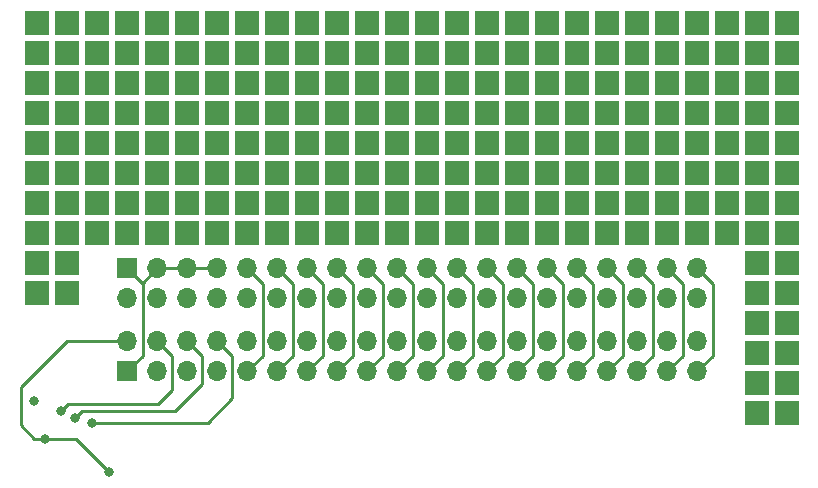
<source format=gbl>
G04 #@! TF.GenerationSoftware,KiCad,Pcbnew,(5.1.4-0)*
G04 #@! TF.CreationDate,2019-11-08T19:26:01-06:00*
G04 #@! TF.ProjectId,cartprotoboardmini,63617274-7072-46f7-946f-626f6172646d,rev?*
G04 #@! TF.SameCoordinates,Original*
G04 #@! TF.FileFunction,Copper,L2,Bot*
G04 #@! TF.FilePolarity,Positive*
%FSLAX46Y46*%
G04 Gerber Fmt 4.6, Leading zero omitted, Abs format (unit mm)*
G04 Created by KiCad (PCBNEW (5.1.4-0)) date 2019-11-08 19:26:01*
%MOMM*%
%LPD*%
G04 APERTURE LIST*
%ADD10R,2.000000X2.000000*%
%ADD11R,1.700000X1.700000*%
%ADD12O,1.700000X1.700000*%
%ADD13C,0.800000*%
%ADD14C,0.250000*%
G04 APERTURE END LIST*
D10*
X111960000Y-44330000D03*
X114500000Y-44330000D03*
X117040000Y-44330000D03*
X119580000Y-44330000D03*
X122120000Y-44330000D03*
X124660000Y-44330000D03*
X127200000Y-44330000D03*
X129740000Y-44330000D03*
X132280000Y-44330000D03*
X134820000Y-44330000D03*
X137360000Y-44330000D03*
X139900000Y-44330000D03*
X142440000Y-44330000D03*
X144980000Y-44330000D03*
X147520000Y-44330000D03*
X150060000Y-44330000D03*
X152600000Y-44330000D03*
X155140000Y-44330000D03*
X157680000Y-44330000D03*
X160220000Y-44330000D03*
X162760000Y-44330000D03*
X165300000Y-44330000D03*
X167840000Y-44330000D03*
X106880000Y-44330000D03*
X109420000Y-44330000D03*
X104340000Y-44330000D03*
D11*
X112000000Y-73800000D03*
D12*
X112000000Y-71260000D03*
X114540000Y-73800000D03*
X114540000Y-71260000D03*
X117080000Y-73800000D03*
X117080000Y-71260000D03*
X119620000Y-73800000D03*
X119620000Y-71260000D03*
X122160000Y-73800000D03*
X122160000Y-71260000D03*
X124700000Y-73800000D03*
X124700000Y-71260000D03*
X127240000Y-73800000D03*
X127240000Y-71260000D03*
X129780000Y-73800000D03*
X129780000Y-71260000D03*
X132320000Y-73800000D03*
X132320000Y-71260000D03*
X134860000Y-73800000D03*
X134860000Y-71260000D03*
X137400000Y-73800000D03*
X137400000Y-71260000D03*
X139940000Y-73800000D03*
X139940000Y-71260000D03*
X142480000Y-73800000D03*
X142480000Y-71260000D03*
X145020000Y-73800000D03*
X145020000Y-71260000D03*
X147560000Y-73800000D03*
X147560000Y-71260000D03*
X150100000Y-73800000D03*
X150100000Y-71260000D03*
X152640000Y-73800000D03*
X152640000Y-71260000D03*
X155180000Y-73800000D03*
X155180000Y-71260000D03*
X157720000Y-73800000D03*
X157720000Y-71260000D03*
X160260000Y-73800000D03*
X160260000Y-71260000D03*
D11*
X112000000Y-65100000D03*
D12*
X112000000Y-67640000D03*
X114540000Y-65100000D03*
X114540000Y-67640000D03*
X117080000Y-65100000D03*
X117080000Y-67640000D03*
X119620000Y-65100000D03*
X119620000Y-67640000D03*
X122160000Y-65100000D03*
X122160000Y-67640000D03*
X124700000Y-65100000D03*
X124700000Y-67640000D03*
X127240000Y-65100000D03*
X127240000Y-67640000D03*
X129780000Y-65100000D03*
X129780000Y-67640000D03*
X132320000Y-65100000D03*
X132320000Y-67640000D03*
X134860000Y-65100000D03*
X134860000Y-67640000D03*
X137400000Y-65100000D03*
X137400000Y-67640000D03*
X139940000Y-65100000D03*
X139940000Y-67640000D03*
X142480000Y-65100000D03*
X142480000Y-67640000D03*
X145020000Y-65100000D03*
X145020000Y-67640000D03*
X147560000Y-65100000D03*
X147560000Y-67640000D03*
X150100000Y-65100000D03*
X150100000Y-67640000D03*
X152640000Y-65100000D03*
X152640000Y-67640000D03*
X155180000Y-65100000D03*
X155180000Y-67640000D03*
X157720000Y-65100000D03*
X157720000Y-67640000D03*
X160260000Y-65100000D03*
X160260000Y-67640000D03*
D10*
X106880000Y-67190000D03*
X104340000Y-67190000D03*
X104340000Y-64650000D03*
X106880000Y-64650000D03*
X167840000Y-77350000D03*
X165300000Y-77350000D03*
X165300000Y-74810000D03*
X167840000Y-74810000D03*
X167840000Y-72270000D03*
X165300000Y-72270000D03*
X165300000Y-69730000D03*
X167840000Y-69730000D03*
X167840000Y-67190000D03*
X165300000Y-67190000D03*
X165300000Y-64650000D03*
X167840000Y-64650000D03*
X104340000Y-49410000D03*
X104340000Y-54490000D03*
X104340000Y-46870000D03*
X104340000Y-62110000D03*
X104340000Y-57030000D03*
X104340000Y-59570000D03*
X104340000Y-51950000D03*
X106880000Y-62110000D03*
X109420000Y-46870000D03*
X109420000Y-54490000D03*
X109420000Y-57030000D03*
X106880000Y-57030000D03*
X109420000Y-51950000D03*
X106880000Y-49410000D03*
X106880000Y-59570000D03*
X109420000Y-62110000D03*
X106880000Y-51950000D03*
X109420000Y-59570000D03*
X106880000Y-54490000D03*
X109420000Y-49410000D03*
X106880000Y-46870000D03*
X167840000Y-62110000D03*
X167840000Y-57030000D03*
X167840000Y-49410000D03*
X167840000Y-59570000D03*
X167840000Y-51950000D03*
X167840000Y-54490000D03*
X167840000Y-46870000D03*
X162760000Y-62110000D03*
X165300000Y-46870000D03*
X165300000Y-54490000D03*
X165300000Y-57030000D03*
X162760000Y-57030000D03*
X165300000Y-51950000D03*
X162760000Y-49410000D03*
X162760000Y-59570000D03*
X165300000Y-62110000D03*
X162760000Y-51950000D03*
X165300000Y-59570000D03*
X162760000Y-54490000D03*
X165300000Y-49410000D03*
X162760000Y-46870000D03*
X157680000Y-62110000D03*
X160220000Y-46870000D03*
X160220000Y-54490000D03*
X160220000Y-57030000D03*
X157680000Y-57030000D03*
X160220000Y-51950000D03*
X157680000Y-49410000D03*
X157680000Y-59570000D03*
X160220000Y-62110000D03*
X157680000Y-51950000D03*
X160220000Y-59570000D03*
X157680000Y-54490000D03*
X160220000Y-49410000D03*
X157680000Y-46870000D03*
X152600000Y-62110000D03*
X155140000Y-46870000D03*
X155140000Y-54490000D03*
X155140000Y-57030000D03*
X152600000Y-57030000D03*
X155140000Y-51950000D03*
X152600000Y-49410000D03*
X152600000Y-59570000D03*
X155140000Y-62110000D03*
X152600000Y-51950000D03*
X155140000Y-59570000D03*
X152600000Y-54490000D03*
X155140000Y-49410000D03*
X152600000Y-46870000D03*
X147520000Y-62110000D03*
X150060000Y-46870000D03*
X150060000Y-54490000D03*
X150060000Y-57030000D03*
X147520000Y-57030000D03*
X150060000Y-51950000D03*
X147520000Y-49410000D03*
X147520000Y-59570000D03*
X150060000Y-62110000D03*
X147520000Y-51950000D03*
X150060000Y-59570000D03*
X147520000Y-54490000D03*
X150060000Y-49410000D03*
X147520000Y-46870000D03*
X142440000Y-62110000D03*
X144980000Y-46870000D03*
X144980000Y-54490000D03*
X144980000Y-57030000D03*
X142440000Y-57030000D03*
X144980000Y-51950000D03*
X142440000Y-49410000D03*
X142440000Y-59570000D03*
X144980000Y-62110000D03*
X142440000Y-51950000D03*
X144980000Y-59570000D03*
X142440000Y-54490000D03*
X144980000Y-49410000D03*
X142440000Y-46870000D03*
X137360000Y-62110000D03*
X139900000Y-46870000D03*
X139900000Y-54490000D03*
X139900000Y-57030000D03*
X137360000Y-57030000D03*
X139900000Y-51950000D03*
X137360000Y-49410000D03*
X137360000Y-59570000D03*
X139900000Y-62110000D03*
X137360000Y-51950000D03*
X139900000Y-59570000D03*
X137360000Y-54490000D03*
X139900000Y-49410000D03*
X137360000Y-46870000D03*
X132280000Y-62110000D03*
X134820000Y-46870000D03*
X134820000Y-54490000D03*
X134820000Y-57030000D03*
X132280000Y-57030000D03*
X134820000Y-51950000D03*
X132280000Y-49410000D03*
X132280000Y-59570000D03*
X134820000Y-62110000D03*
X132280000Y-51950000D03*
X134820000Y-59570000D03*
X132280000Y-54490000D03*
X134820000Y-49410000D03*
X132280000Y-46870000D03*
X127200000Y-62110000D03*
X129740000Y-46870000D03*
X129740000Y-54490000D03*
X129740000Y-57030000D03*
X127200000Y-57030000D03*
X129740000Y-51950000D03*
X127200000Y-49410000D03*
X127200000Y-59570000D03*
X129740000Y-62110000D03*
X127200000Y-51950000D03*
X129740000Y-59570000D03*
X127200000Y-54490000D03*
X129740000Y-49410000D03*
X127200000Y-46870000D03*
X122120000Y-62110000D03*
X124660000Y-46870000D03*
X124660000Y-54490000D03*
X124660000Y-57030000D03*
X122120000Y-57030000D03*
X124660000Y-51950000D03*
X122120000Y-49410000D03*
X122120000Y-59570000D03*
X124660000Y-62110000D03*
X122120000Y-51950000D03*
X124660000Y-59570000D03*
X122120000Y-54490000D03*
X124660000Y-49410000D03*
X122120000Y-46870000D03*
X117040000Y-62110000D03*
X119580000Y-46870000D03*
X119580000Y-54490000D03*
X119580000Y-57030000D03*
X117040000Y-57030000D03*
X119580000Y-51950000D03*
X117040000Y-49410000D03*
X117040000Y-59570000D03*
X119580000Y-62110000D03*
X117040000Y-51950000D03*
X119580000Y-59570000D03*
X117040000Y-54490000D03*
X119580000Y-49410000D03*
X117040000Y-46870000D03*
X114500000Y-46870000D03*
X111960000Y-49410000D03*
X114500000Y-51950000D03*
X111960000Y-54490000D03*
X114500000Y-57030000D03*
X111960000Y-59570000D03*
X114500000Y-62110000D03*
X111960000Y-46870000D03*
X114500000Y-49410000D03*
X111960000Y-51950000D03*
X114500000Y-54490000D03*
X111960000Y-57030000D03*
X114500000Y-59570000D03*
X111960000Y-62110000D03*
D13*
X104100000Y-76350000D03*
X110450000Y-82300000D03*
X105003500Y-79527500D03*
X106400000Y-77200000D03*
X107600000Y-77800000D03*
X109000000Y-78200000D03*
D14*
X112000000Y-73800000D02*
X113300000Y-72500000D01*
X113300000Y-66400000D02*
X112000000Y-65100000D01*
X113300000Y-72500000D02*
X113300000Y-66400000D01*
X113300000Y-66340000D02*
X114540000Y-65100000D01*
X113300000Y-66400000D02*
X113300000Y-66340000D01*
X114540000Y-65100000D02*
X119620000Y-65100000D01*
X110450000Y-82300000D02*
X107677500Y-79527500D01*
X112000000Y-71260000D02*
X106890000Y-71260000D01*
X106890000Y-71260000D02*
X103000000Y-75150000D01*
X103000000Y-78387500D02*
X104140000Y-79527500D01*
X103000000Y-75150000D02*
X103000000Y-78387500D01*
X107677500Y-79527500D02*
X105003500Y-79527500D01*
X105003500Y-79527500D02*
X104140000Y-79527500D01*
X160260000Y-73800000D02*
X161560000Y-72500000D01*
X161560000Y-72500000D02*
X161560000Y-66400000D01*
X161560000Y-66400000D02*
X160260000Y-65100000D01*
X106400000Y-77200000D02*
X107000000Y-76600000D01*
X107000000Y-76600000D02*
X114600000Y-76600000D01*
X114600000Y-76600000D02*
X115800000Y-75400000D01*
X115800000Y-72520000D02*
X114540000Y-71260000D01*
X115800000Y-75400000D02*
X115800000Y-72520000D01*
X108200000Y-77200000D02*
X107600000Y-77800000D01*
X116000000Y-77200000D02*
X108200000Y-77200000D01*
X118350000Y-74850000D02*
X116000000Y-77200000D01*
X117080000Y-71260000D02*
X118350000Y-72530000D01*
X118350000Y-72530000D02*
X118350000Y-74850000D01*
X120900000Y-72540000D02*
X119620000Y-71260000D01*
X120900000Y-76100000D02*
X120900000Y-72540000D01*
X109000000Y-78200000D02*
X118800000Y-78200000D01*
X118800000Y-78200000D02*
X120900000Y-76100000D01*
X122160000Y-73800000D02*
X123460000Y-72500000D01*
X123460000Y-72500000D02*
X123460000Y-66400000D01*
X123460000Y-66400000D02*
X122160000Y-65100000D01*
X124700000Y-73800000D02*
X126000000Y-72500000D01*
X126000000Y-72500000D02*
X126000000Y-66400000D01*
X126000000Y-66400000D02*
X124700000Y-65100000D01*
X127240000Y-73800000D02*
X128540000Y-72500000D01*
X128540000Y-72500000D02*
X128540000Y-66400000D01*
X128540000Y-66400000D02*
X127240000Y-65100000D01*
X129780000Y-73800000D02*
X131080000Y-72500000D01*
X131080000Y-72500000D02*
X131080000Y-66400000D01*
X131080000Y-66400000D02*
X129780000Y-65100000D01*
X132320000Y-73800000D02*
X133620000Y-72500000D01*
X133620000Y-72500000D02*
X133620000Y-66400000D01*
X133620000Y-66400000D02*
X132320000Y-65100000D01*
X134860000Y-73800000D02*
X136160000Y-72500000D01*
X136160000Y-72500000D02*
X136160000Y-66400000D01*
X136160000Y-66400000D02*
X134860000Y-65100000D01*
X137400000Y-73800000D02*
X138700000Y-72500000D01*
X138700000Y-72500000D02*
X138700000Y-66400000D01*
X138700000Y-66400000D02*
X137400000Y-65100000D01*
X139940000Y-73800000D02*
X141240000Y-72500000D01*
X141240000Y-72500000D02*
X141240000Y-66400000D01*
X141240000Y-66400000D02*
X139940000Y-65100000D01*
X142480000Y-73800000D02*
X143780000Y-72500000D01*
X143780000Y-72500000D02*
X143780000Y-66400000D01*
X143780000Y-66400000D02*
X142480000Y-65100000D01*
X145020000Y-73800000D02*
X146320000Y-72500000D01*
X146320000Y-72500000D02*
X146320000Y-66400000D01*
X146320000Y-66400000D02*
X145020000Y-65100000D01*
X147560000Y-73800000D02*
X148860000Y-72500000D01*
X148860000Y-72500000D02*
X148860000Y-66400000D01*
X148860000Y-66400000D02*
X147560000Y-65100000D01*
X150100000Y-73800000D02*
X151400000Y-72500000D01*
X151400000Y-72500000D02*
X151400000Y-66400000D01*
X151400000Y-66400000D02*
X150100000Y-65100000D01*
X152640000Y-73800000D02*
X153940000Y-72500000D01*
X153940000Y-72500000D02*
X153940000Y-66400000D01*
X153940000Y-66400000D02*
X152640000Y-65100000D01*
X155180000Y-73800000D02*
X156480000Y-72500000D01*
X156480000Y-72500000D02*
X156480000Y-66400000D01*
X156480000Y-66400000D02*
X155180000Y-65100000D01*
X157720000Y-73800000D02*
X159020000Y-72500000D01*
X159020000Y-72500000D02*
X159020000Y-66400000D01*
X159020000Y-66400000D02*
X157720000Y-65100000D01*
M02*

</source>
